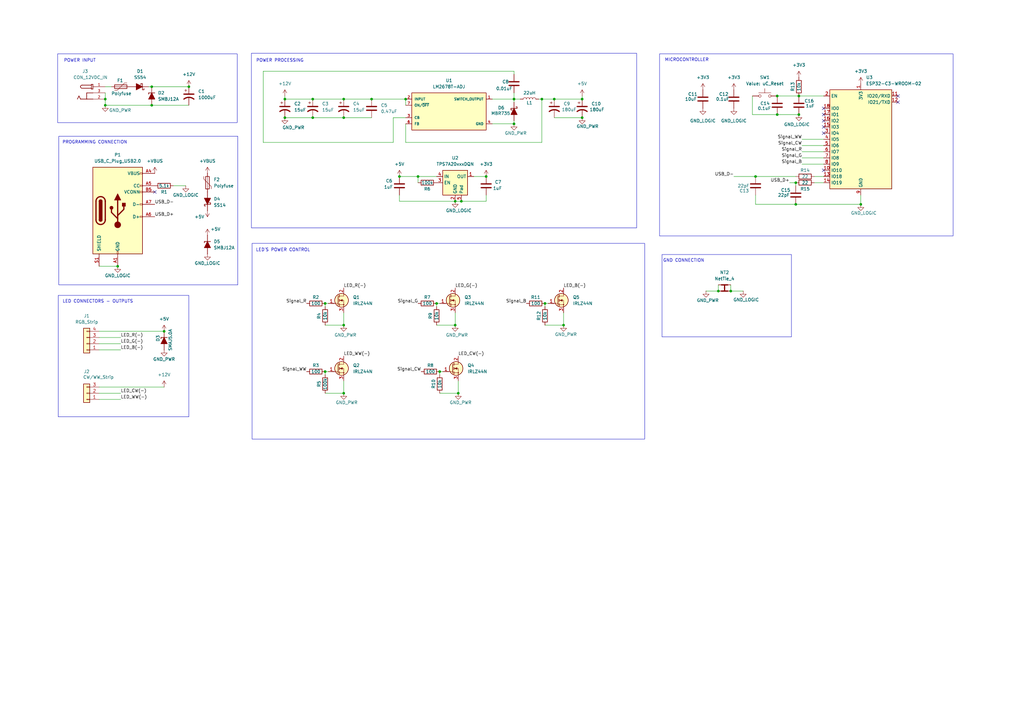
<source format=kicad_sch>
(kicad_sch (version 20250114) (generator "eeschema") (generator_version "9.0")
  (paper "A3")
  (title_block (title "High-Density RGB+CCT LED Strip Controller") (rev "Fredys Matos") (company "InGnia Tech"))
  (lib_symbols
    (symbol "Connector:USB_C_Plug_USB2.0" (pin_names (offset 1.016))
      (property "Reference" "P" (at -10.16 19.05 0))
      (property "Value" "USB_C_Plug_USB2.0" (at 12.7 19.05 0))
      (symbol "USB_C_Plug_USB2.0_1_1"
        (pin passive line (at -7.62 -22.86 90) (length 5.08) (name "SHIELD") (number "S1"))
        (pin passive line (at 0 -22.86 90) (length 5.08) (name "GND") (number "A1"))
        (pin passive line (at 0 -22.86 90) (length 5.08) (hide yes) (name "GND") (number "A12"))
        (pin passive line (at 0 -22.86 90) (length 5.08) (hide yes) (name "GND") (number "B1"))
        (pin passive line (at 0 -22.86 90) (length 5.08) (hide yes) (name "GND") (number "B12"))
        (pin passive line (at 15.24 15.24 180) (length 5.08) (name "VBUS") (number "A4"))
        (pin passive line (at 15.24 15.24 180) (length 5.08) (hide yes) (name "VBUS") (number "A9"))
        (pin passive line (at 15.24 15.24 180) (length 5.08) (hide yes) (name "VBUS") (number "B4"))
        (pin passive line (at 15.24 15.24 180) (length 5.08) (hide yes) (name "VBUS") (number "B9"))
        (pin bidirectional line (at 15.24 10.16 180) (length 5.08) (name "CC") (number "A5"))
        (pin bidirectional line (at 15.24 7.62 180) (length 5.08) (name "VCONN") (number "B5"))
        (pin bidirectional line (at 15.24 2.54 180) (length 5.08) (name "D-") (number "A7"))
        (pin bidirectional line (at 15.24 -2.54 180) (length 5.08) (name "D+") (number "A6"))
      )
    )
    (symbol "Connector_Generic:Conn_01x03" (pin_names (offset 1.016) (hide yes))
      (property "Reference" "J" (at 0 5.08 0))
      (property "Value" "Conn_01x03" (at 0 -5.08 0))
      (symbol "Conn_01x03_1_1"
        (pin passive line (at -5.08 2.54 0) (length 3.81) (name "Pin_1") (number "1"))
        (pin passive line (at -5.08 0 0) (length 3.81) (name "Pin_2") (number "2"))
        (pin passive line (at -5.08 -2.54 0) (length 3.81) (name "Pin_3") (number "3"))
      )
    )
    (symbol "Connector_Generic:Conn_01x04" (pin_names (offset 1.016) (hide yes))
      (property "Reference" "J" (at 0 5.08 0))
      (property "Value" "Conn_01x04" (at 0 -7.62 0))
      (symbol "Conn_01x04_1_1"
        (pin passive line (at -5.08 2.54 0) (length 3.81) (name "Pin_1") (number "1"))
        (pin passive line (at -5.08 0 0) (length 3.81) (name "Pin_2") (number "2"))
        (pin passive line (at -5.08 -2.54 0) (length 3.81) (name "Pin_3") (number "3"))
        (pin passive line (at -5.08 -5.08 0) (length 3.81) (name "Pin_4") (number "4"))
      )
    )
    (symbol "Device:C" (pin_numbers (hide yes)) (pin_names (offset 0.254))
      (property "Reference" "C" (at 0.635 2.54 0))
      (property "Value" "C" (at 0.635 -2.54 0))
      (symbol "C_1_1"
        (pin passive line (at 0 3.81 270) (length 2.794) (name "~") (number "1"))
        (pin passive line (at 0 -3.81 90) (length 2.794) (name "~") (number "2"))
      )
    )
    (symbol "Device:C_Polarized_US" (pin_numbers (hide yes)) (pin_names (offset 0.254) (hide yes))
      (property "Reference" "C" (at 0.635 2.54 0))
      (property "Value" "C_Polarized_US" (at 0.635 -2.54 0))
      (symbol "C_Polarized_US_1_1"
        (pin passive line (at 0 3.81 270) (length 2.794) (name "~") (number "1"))
        (pin passive line (at 0 -3.81 90) (length 3.302) (name "~") (number "2"))
      )
    )
    (symbol "Device:L" (pin_numbers (hide yes)) (pin_names (offset 1.016) (hide yes))
      (property "Reference" "L" (at -1.27 0 90))
      (property "Value" "L" (at 1.905 0 90))
      (symbol "L_1_1"
        (pin passive line (at 0 3.81 270) (length 1.27) (name "1") (number "1"))
        (pin passive line (at 0 -3.81 90) (length 1.27) (name "2") (number "2"))
      )
    )
    (symbol "Device:NetTie_4" (pin_numbers (hide yes)) (pin_names (offset 0) (hide yes)) (in_bom no)
      (property "Reference" "NT" (at 0 1.27 0))
      (property "Value" "NetTie_4" (at 0 -3.81 0))
      (symbol "NetTie_4_1_1"
        (pin passive line (at -2.54 0 0) (length 2.54) (name "1") (number "1"))
        (pin passive line (at -2.54 -2.54 0) (length 2.54) (name "3") (number "3"))
        (pin passive line (at 2.54 0 180) (length 2.54) (name "2") (number "2"))
        (pin passive line (at 2.54 -2.54 180) (length 2.54) (name "4") (number "4"))
      )
    )
    (symbol "Device:Polyfuse" (pin_numbers (hide yes)) (pin_names (offset 0))
      (property "Reference" "F" (at -2.54 0 90))
      (property "Value" "Polyfuse" (at 2.54 0 90))
      (symbol "Polyfuse_1_1"
        (pin passive line (at 0 3.81 270) (length 1.27) (name "~") (number "1"))
        (pin passive line (at 0 -3.81 90) (length 1.27) (name "~") (number "2"))
      )
    )
    (symbol "Device:R" (pin_numbers (hide yes)) (pin_names (offset 0))
      (property "Reference" "R" (at 2.032 0 90))
      (property "Value" "R" (at 0 0 90))
      (symbol "R_1_1"
        (pin passive line (at 0 3.81 270) (length 1.27) (name "~") (number "1"))
        (pin passive line (at 0 -3.81 90) (length 1.27) (name "~") (number "2"))
      )
    )
    (symbol "Librería_Global_OK:EJ503A" (pin_names (offset 1.016))
      (property "Reference" "J" (at -5.08 5.08 0))
      (property "Value" "EJ503A" (at -5.08 -7.62 0))
      (symbol "EJ503A_0_0"
        (pin passive line (at 5.08 2.54 180) (length 5.08) (name "~") (number "1"))
        (pin passive line (at 5.08 0 180) (length 5.08) (name "~") (number "3"))
        (pin passive line (at 5.08 -2.54 180) (length 5.08) (name "~") (number "2"))
      )
    )
    (symbol "Librería_Global_OK:LM2678T-ADJ" (pin_names (offset 1.016))
      (property "Reference" "U" (at -15.2724 7.6362 0))
      (property "Value" "LM2678T-ADJ" (at -15.2564 -10.1709 0))
      (symbol "LM2678T-ADJ_0_0"
        (pin input line (at -17.78 5.08 0) (length 2.54) (name "INPUT") (number "2"))
        (pin input line (at -17.78 2.54 0) (length 2.54) (name "ON/~{OFF}") (number "7"))
        (pin input line (at -17.78 -2.54 0) (length 2.54) (name "CB") (number "3"))
        (pin input line (at -17.78 -5.08 0) (length 2.54) (name "FB") (number "6"))
        (pin output line (at 17.78 5.08 180) (length 2.54) (name "SWITCH_OUTPUT") (number "1"))
        (pin power_in line (at 17.78 -5.08 180) (length 2.54) (name "GND") (number "4"))
      )
    )
    (symbol "PCM_Diode_Schottky_AKL:MBR735" (pin_numbers (hide yes)) (pin_names (offset 1.016) (hide yes))
      (property "Reference" "D" (at 0 5.08 0))
      (property "Value" "MBR735" (at 0 2.54 0))
      (symbol "MBR735_1_1"
        (pin passive line (at -3.81 0 0) (length 2.54) (name "A") (number "2"))
        (pin passive line (at 3.81 0 180) (length 2.54) (name "K") (number "1"))
      )
      (symbol "MBR735_1_2"
        (pin passive line (at -2.54 -2.54 0) (length 0) (name "A") (number "2"))
        (pin passive line (at 2.54 2.54 180) (length 0) (name "K") (number "1"))
      )
    )
    (symbol "PCM_Diode_Schottky_AKL:SS14" (pin_numbers (hide yes)) (pin_names (offset 1.016) (hide yes))
      (property "Reference" "D" (at 0 5.08 0))
      (property "Value" "SS14" (at 0 2.54 0))
      (symbol "SS14_1_1"
        (pin passive line (at -3.81 0 0) (length 2.54) (name "A") (number "2"))
        (pin passive line (at 3.81 0 180) (length 2.54) (name "K") (number "1"))
      )
      (symbol "SS14_1_2"
        (pin passive line (at -2.54 -2.54 0) (length 0) (name "A") (number "2"))
        (pin passive line (at 2.54 2.54 180) (length 0) (name "K") (number "1"))
      )
    )
    (symbol "PCM_Diode_Schottky_AKL:SS54" (pin_numbers (hide yes)) (pin_names (offset 1.016) (hide yes))
      (property "Reference" "D" (at 0 5.08 0))
      (property "Value" "SS54" (at 0 2.54 0))
      (symbol "SS54_1_1"
        (pin passive line (at -3.81 0 0) (length 2.54) (name "A") (number "2"))
        (pin passive line (at 3.81 0 180) (length 2.54) (name "K") (number "1"))
      )
      (symbol "SS54_1_2"
        (pin passive line (at -2.54 -2.54 0) (length 0) (name "A") (number "2"))
        (pin passive line (at 2.54 2.54 180) (length 0) (name "K") (number "1"))
      )
    )
    (symbol "PCM_Diode_TVS_AKL:SMAJ5.0A" (pin_numbers (hide yes)) (pin_names (offset 1.016) (hide yes))
      (property "Reference" "D" (at 0 5.08 0))
      (property "Value" "SMAJ5.0A" (at 0 2.54 0))
      (symbol "SMAJ5.0A_1_1"
        (pin passive line (at -3.81 0 0) (length 2.54) (name "A") (number "2"))
        (pin passive line (at 3.81 0 180) (length 2.54) (name "K") (number "1"))
      )
      (symbol "SMAJ5.0A_1_2"
        (pin passive line (at -2.54 -2.54 0) (length 0) (name "A") (number "2"))
        (pin passive line (at 2.54 2.54 180) (length 0) (name "K") (number "1"))
      )
    )
    (symbol "PCM_Diode_TVS_AKL:SMBJ12A" (pin_numbers (hide yes)) (pin_names (offset 1.016) (hide yes))
      (property "Reference" "D" (at 0 5.08 0))
      (property "Value" "SMBJ12A" (at 0 2.54 0))
      (symbol "SMBJ12A_1_1"
        (pin passive line (at -3.81 0 0) (length 2.54) (name "A") (number "2"))
        (pin passive line (at 3.81 0 180) (length 2.54) (name "K") (number "1"))
      )
      (symbol "SMBJ12A_1_2"
        (pin passive line (at -2.54 -2.54 0) (length 0) (name "A") (number "2"))
        (pin passive line (at 2.54 2.54 180) (length 0) (name "K") (number "1"))
      )
    )
    (symbol "PCM_Transistor_MOSFET_AKL:IRLZ44N" (pin_names (hide yes))
      (property "Reference" "Q" (at 5.08 1.27 0))
      (property "Value" "IRLZ44N" (at 5.08 -1.27 0))
      (symbol "IRLZ44N_1_1"
        (pin input line (at -3.81 -1.27 0) (length 2.54) (name "G") (number "1"))
        (pin passive line (at 2.54 5.08 270) (length 2.54) (name "D") (number "2"))
        (pin passive line (at 2.54 -5.08 90) (length 2.54) (name "S") (number "3"))
      )
    )
    (symbol "RF_Module:ESP32-C3-WROOM-02"
      (property "Reference" "U" (at -12.192 21.336 0))
      (property "Value" "ESP32-C3-WROOM-02" (at 12.192 21.336 0))
      (symbol "ESP32-C3-WROOM-02_1_1"
        (pin input line (at -15.24 17.78 0) (length 2.54) (name "EN") (number "2"))
        (pin bidirectional line (at -15.24 12.7 0) (length 2.54) (name "IO0") (number "18"))
        (pin bidirectional line (at -15.24 10.16 0) (length 2.54) (name "IO1") (number "17"))
        (pin bidirectional line (at -15.24 7.62 0) (length 2.54) (name "IO2") (number "16"))
        (pin bidirectional line (at -15.24 5.08 0) (length 2.54) (name "IO3") (number "15"))
        (pin bidirectional line (at -15.24 2.54 0) (length 2.54) (name "IO4") (number "3"))
        (pin bidirectional line (at -15.24 0 0) (length 2.54) (name "IO5") (number "4"))
        (pin bidirectional line (at -15.24 -2.54 0) (length 2.54) (name "IO6") (number "5"))
        (pin bidirectional line (at -15.24 -5.08 0) (length 2.54) (name "IO7") (number "6"))
        (pin bidirectional line (at -15.24 -7.62 0) (length 2.54) (name "IO8") (number "7"))
        (pin bidirectional line (at -15.24 -10.16 0) (length 2.54) (name "IO9") (number "8"))
        (pin bidirectional line (at -15.24 -12.7 0) (length 2.54) (name "IO10") (number "10"))
        (pin bidirectional line (at -15.24 -15.24 0) (length 2.54) (name "IO18") (number "13"))
        (pin bidirectional line (at -15.24 -17.78 0) (length 2.54) (name "IO19") (number "14"))
        (pin power_in line (at 0 22.86 270) (length 2.54) (name "3V3") (number "1"))
        (pin passive line (at 0 -22.86 90) (length 2.54) (hide yes) (name "GND") (number "19"))
        (pin power_in line (at 0 -22.86 90) (length 2.54) (name "GND") (number "9"))
        (pin bidirectional line (at 15.24 17.78 180) (length 2.54) (name "IO20/RXD") (number "11"))
        (pin bidirectional line (at 15.24 15.24 180) (length 2.54) (name "IO21/TXD") (number "12"))
      )
    )
    (symbol "Regulator_Linear:TPS7A20xxxDQN"
      (property "Reference" "U" (at -3.81 6.35 0))
      (property "Value" "TPS7A20xxxDQN" (at 6.35 6.35 0))
      (symbol "TPS7A20xxxDQN_0_1"
        (pin power_in line (at -7.62 2.54 0) (length 2.54) (name "IN") (number "4"))
        (pin input line (at -7.62 0 0) (length 2.54) (name "EN") (number "3"))
        (pin power_in line (at 0 -7.62 90) (length 2.54) (name "GND") (number "2"))
        (pin power_out line (at 7.62 2.54 180) (length 2.54) (name "OUT") (number "1"))
      )
      (symbol "TPS7A20xxxDQN_1_1"
        (pin passive line (at 2.54 -7.62 90) (length 2.54) (name "Pad") (number "5"))
      )
    )
    (symbol "Switch:SW_Push" (pin_numbers (hide yes)) (pin_names (offset 1.016) (hide yes))
      (property "Reference" "SW" (at 1.27 2.54 0))
      (property "Value" "SW_Push" (at 0 -1.524 0))
      (symbol "SW_Push_0_1"
        (pin passive line (at -5.08 0 0) (length 2.54) (name "1") (number "1"))
        (pin passive line (at 5.08 0 180) (length 2.54) (name "2") (number "2"))
      )
    )
    (symbol "power:+12V" (power) (pin_numbers (hide yes)) (pin_names (offset 0) (hide yes))
      (property "Value" "+12V" (at 0 3.556 0))
      (symbol "+12V_1_1"
        (pin power_in line (at 0 0 90) (length 0) (name "~") (number "1"))
      )
    )
    (symbol "power:+3V3" (power) (pin_numbers (hide yes)) (pin_names (offset 0) (hide yes))
      (property "Value" "+3V3" (at 0 3.556 0))
      (symbol "+3V3_1_1"
        (pin power_in line (at 0 0 90) (length 0) (name "~") (number "1"))
      )
    )
    (symbol "power:+5V" (power) (pin_numbers (hide yes)) (pin_names (offset 0) (hide yes))
      (property "Value" "+5V" (at 0 3.556 0))
      (symbol "+5V_1_1"
        (pin power_in line (at 0 0 90) (length 0) (name "~") (number "1"))
      )
    )
    (symbol "power:GND" (power) (pin_numbers (hide yes)) (pin_names (offset 0) (hide yes))
      (property "Value" "GND" (at 0 -3.81 0))
      (symbol "GND_1_1"
        (pin power_in line (at 0 0 270) (length 0) (name "~") (number "1"))
      )
    )
  )
  (rectangle (start 270.51 22.098) (end 390.906 96.774))
  (rectangle (start 23.876 121.158) (end 77.47 170.942))
  (rectangle (start 23.622 22.098) (end 97.282 50.292))
  (rectangle (start 24.13 55.88) (end 97.536 116.84))
  (rectangle (start 271.526 104.394) (end 324.612 138.176))
  (rectangle (start 103.378 99.822) (end 264.414 180.086))
  (rectangle (start 103.124 21.844) (end 261.112 93.472))
  (text "POWER PROCESSING" (at 114.808 24.892 0) (effects (font (size 1.27 1.27))))
  (text "POWER INPUT" (at 32.766 24.892 0) (effects (font (size 1.27 1.27))))
  (text "GND CONNECTION" (at 280.416 106.934 0) (effects (font (size 1.27 1.27))))
  (text "LED CONNECTORS - OUTPUTS" (at 40.132 123.698 0) (effects (font (size 1.27 1.27))))
  (text "LED´S POWER CONTROL" (at 116.078 102.616 0) (effects (font (size 1.27 1.27))))
  (text "MICROCONTROLLER" (at 281.686 24.638 0) (effects (font (size 1.27 1.27))))
  (text "PROGRAMMING CONNECTION" (at 38.862 58.42 0) (effects (font (size 1.27 1.27))))
  (junction (at 43.18 40.64))
  (junction (at 43.18 43.18))
  (junction (at 48.26 109.22))
  (junction (at 299.72 119.38))
  (junction (at 210.82 50.8))
  (junction (at 179.07 124.46))
  (junction (at 133.35 152.4))
  (junction (at 210.82 40.64))
  (junction (at 128.27 48.26))
  (junction (at 189.23 82.55))
  (junction (at 140.97 161.29))
  (junction (at 186.69 133.35))
  (junction (at 116.84 48.26))
  (junction (at 223.52 124.46))
  (junction (at 309.88 72.39))
  (junction (at 180.34 152.4))
  (junction (at 77.47 35.56))
  (junction (at 294.64 119.38))
  (junction (at 67.31 135.89))
  (junction (at 187.96 161.29))
  (junction (at 327.66 39.37))
  (junction (at 238.76 40.64))
  (junction (at 222.25 40.64))
  (junction (at 166.37 40.64))
  (junction (at 140.97 48.26))
  (junction (at 140.97 133.35))
  (junction (at 318.77 39.37))
  (junction (at 140.97 40.64))
  (junction (at 163.83 72.39))
  (junction (at 326.39 83.82))
  (junction (at 133.35 124.46))
  (junction (at 326.39 74.93))
  (junction (at 186.69 82.55))
  (junction (at 327.66 46.99))
  (junction (at 128.27 40.64))
  (junction (at 353.06 83.82))
  (junction (at 171.45 72.39))
  (junction (at 318.77 46.99))
  (junction (at 62.23 43.18))
  (junction (at 62.23 35.56))
  (junction (at 199.39 72.39))
  (junction (at 231.14 133.35))
  (junction (at 152.4 40.64))
  (junction (at 238.76 48.26))
  (junction (at 116.84 40.64))
  (junction (at 227.33 40.64))
  (no_connect (at 337.82 46.99))
  (no_connect (at 337.82 54.61))
  (no_connect (at 63.5 78.74))
  (no_connect (at 368.3 41.91))
  (no_connect (at 337.82 49.53))
  (no_connect (at 368.3 39.37))
  (no_connect (at 337.82 44.45))
  (no_connect (at 337.82 69.85))
  (no_connect (at 337.82 52.07))
  (wire (pts (xy 231.14 133.35) (xy 231.14 128.27)))
  (wire (pts (xy 116.84 48.26) (xy 128.27 48.26)))
  (wire (pts (xy 62.23 43.18) (xy 77.47 43.18)))
  (wire (pts (xy 133.35 161.29) (xy 140.97 161.29)))
  (wire (pts (xy 210.82 29.21) (xy 107.95 29.21)))
  (wire (pts (xy 180.34 153.67) (xy 180.34 152.4)))
  (wire (pts (xy 163.83 82.55) (xy 186.69 82.55)))
  (wire (pts (xy 309.88 72.39) (xy 326.39 72.39)))
  (wire (pts (xy 308.61 39.37) (xy 308.61 46.99)))
  (wire (pts (xy 299.72 116.84) (xy 299.72 119.38)))
  (wire (pts (xy 40.64 135.89) (xy 67.31 135.89)))
  (wire (pts (xy 180.34 161.29) (xy 187.96 161.29)))
  (wire (pts (xy 318.77 46.99) (xy 327.66 46.99)))
  (wire (pts (xy 161.29 48.26) (xy 166.37 48.26)))
  (wire (pts (xy 186.69 133.35) (xy 186.69 128.27)))
  (wire (pts (xy 328.93 67.31) (xy 337.82 67.31)))
  (wire (pts (xy 49.53 143.51) (xy 40.64 143.51)))
  (wire (pts (xy 210.82 49.53) (xy 210.82 50.8)))
  (wire (pts (xy 199.39 72.39) (xy 194.31 72.39)))
  (wire (pts (xy 133.35 125.73) (xy 133.35 124.46)))
  (wire (pts (xy 107.95 58.42) (xy 161.29 58.42)))
  (wire (pts (xy 133.35 133.35) (xy 140.97 133.35)))
  (wire (pts (xy 76.2 76.2) (xy 71.12 76.2)))
  (wire (pts (xy 43.18 43.18) (xy 43.18 40.64)))
  (wire (pts (xy 289.56 119.38) (xy 294.64 119.38)))
  (wire (pts (xy 45.72 35.56) (xy 43.18 35.56)))
  (wire (pts (xy 210.82 40.64) (xy 210.82 41.91)))
  (wire (pts (xy 309.88 83.82) (xy 309.88 80.01)))
  (wire (pts (xy 222.25 40.64) (xy 227.33 40.64)))
  (wire (pts (xy 179.07 125.73) (xy 179.07 124.46)))
  (wire (pts (xy 223.52 125.73) (xy 223.52 124.46)))
  (wire (pts (xy 328.93 57.15) (xy 337.82 57.15)))
  (wire (pts (xy 189.23 82.55) (xy 199.39 82.55)))
  (wire (pts (xy 210.82 40.64) (xy 213.36 40.64)))
  (wire (pts (xy 49.53 161.29) (xy 40.64 161.29)))
  (wire (pts (xy 166.37 58.42) (xy 222.25 58.42)))
  (wire (pts (xy 40.64 109.22) (xy 48.26 109.22)))
  (wire (pts (xy 238.76 39.37) (xy 238.76 40.64)))
  (wire (pts (xy 328.93 64.77) (xy 337.82 64.77)))
  (wire (pts (xy 326.39 83.82) (xy 353.06 83.82)))
  (wire (pts (xy 294.64 116.84) (xy 294.64 119.38)))
  (wire (pts (xy 334.01 74.93) (xy 337.82 74.93)))
  (wire (pts (xy 128.27 40.64) (xy 140.97 40.64)))
  (wire (pts (xy 223.52 133.35) (xy 231.14 133.35)))
  (wire (pts (xy 334.01 72.39) (xy 337.82 72.39)))
  (wire (pts (xy 49.53 163.83) (xy 40.64 163.83)))
  (wire (pts (xy 163.83 72.39) (xy 171.45 72.39)))
  (wire (pts (xy 140.97 128.27) (xy 140.97 133.35)))
  (wire (pts (xy 210.82 38.1) (xy 210.82 40.64)))
  (wire (pts (xy 353.06 80.01) (xy 353.06 83.82)))
  (wire (pts (xy 67.31 158.75) (xy 40.64 158.75)))
  (wire (pts (xy 166.37 50.8) (xy 166.37 58.42)))
  (wire (pts (xy 140.97 161.29) (xy 140.97 156.21)))
  (wire (pts (xy 220.98 40.64) (xy 222.25 40.64)))
  (wire (pts (xy 161.29 58.42) (xy 161.29 48.26)))
  (wire (pts (xy 134.62 124.46) (xy 133.35 124.46)))
  (wire (pts (xy 308.61 46.99) (xy 318.77 46.99)))
  (wire (pts (xy 187.96 161.29) (xy 187.96 156.21)))
  (wire (pts (xy 318.77 39.37) (xy 327.66 39.37)))
  (wire (pts (xy 140.97 40.64) (xy 152.4 40.64)))
  (wire (pts (xy 328.93 62.23) (xy 337.82 62.23)))
  (wire (pts (xy 227.33 48.26) (xy 238.76 48.26)))
  (wire (pts (xy 133.35 152.4) (xy 134.62 152.4)))
  (wire (pts (xy 49.53 140.97) (xy 40.64 140.97)))
  (wire (pts (xy 304.8 119.38) (xy 299.72 119.38)))
  (wire (pts (xy 222.25 40.64) (xy 222.25 58.42)))
  (wire (pts (xy 171.45 72.39) (xy 171.45 74.93)))
  (wire (pts (xy 223.52 124.46) (xy 224.79 124.46)))
  (wire (pts (xy 171.45 72.39) (xy 179.07 72.39)))
  (wire (pts (xy 116.84 39.37) (xy 116.84 40.64)))
  (wire (pts (xy 166.37 40.64) (xy 166.37 43.18)))
  (wire (pts (xy 180.34 152.4) (xy 181.61 152.4)))
  (wire (pts (xy 128.27 48.26) (xy 140.97 48.26)))
  (wire (pts (xy 116.84 40.64) (xy 128.27 40.64)))
  (wire (pts (xy 210.82 30.48) (xy 210.82 29.21)))
  (wire (pts (xy 49.53 138.43) (xy 40.64 138.43)))
  (wire (pts (xy 133.35 153.67) (xy 133.35 152.4)))
  (wire (pts (xy 186.69 82.55) (xy 189.23 82.55)))
  (wire (pts (xy 227.33 40.64) (xy 238.76 40.64)))
  (wire (pts (xy 62.23 35.56) (xy 77.47 35.56)))
  (wire (pts (xy 326.39 83.82) (xy 309.88 83.82)))
  (wire (pts (xy 43.18 43.18) (xy 62.23 43.18)))
  (wire (pts (xy 327.66 39.37) (xy 337.82 39.37)))
  (wire (pts (xy 300.99 72.39) (xy 309.88 72.39)))
  (wire (pts (xy 163.83 80.01) (xy 163.83 82.55)))
  (wire (pts (xy 179.07 124.46) (xy 180.34 124.46)))
  (wire (pts (xy 43.18 38.1) (xy 43.18 40.64)))
  (wire (pts (xy 152.4 40.64) (xy 166.37 40.64)))
  (wire (pts (xy 179.07 133.35) (xy 186.69 133.35)))
  (wire (pts (xy 210.82 50.8) (xy 201.93 50.8)))
  (wire (pts (xy 60.96 35.56) (xy 62.23 35.56)))
  (wire (pts (xy 328.93 59.69) (xy 337.82 59.69)))
  (wire (pts (xy 201.93 40.64) (xy 210.82 40.64)))
  (wire (pts (xy 199.39 82.55) (xy 199.39 80.01)))
  (wire (pts (xy 326.39 76.2) (xy 326.39 74.93)))
  (wire (pts (xy 107.95 29.21) (xy 107.95 58.42)))
  (wire (pts (xy 140.97 48.26) (xy 152.4 48.26)))
  (wire (pts (xy 323.85 74.93) (xy 326.39 74.93)))
  (label "USB_D+" (at 323.85 74.93 180))
  (label "USB_D-" (at 300.99 72.39 180))
  (label "LED_CW(-)" (at 187.96 146.05 0))
  (label "Signal_R" (at 328.93 62.23 180))
  (label "LED_WW(-)" (at 140.97 146.05 0))
  (label "Signal_CW" (at 328.93 59.69 180))
  (label "LED_G(-)" (at 186.69 118.11 0))
  (label "LED_R(-)" (at 140.97 118.11 0))
  (label "LED_B(-)" (at 49.53 143.51 0))
  (label "Signal_WW" (at 125.73 152.4 180))
  (label "LED_B(-)" (at 231.14 118.11 0))
  (label "Signal_WW" (at 328.93 57.15 180))
  (label "Signal_B" (at 215.9 124.46 180))
  (label "LED_WW(-)" (at 49.53 163.83 0))
  (label "USB_D+" (at 63.5 88.9 0))
  (label "LED_R(-)" (at 49.53 138.43 0))
  (label "Signal_R" (at 125.73 124.46 180))
  (label "LED_G(-)" (at 49.53 140.97 0))
  (label "Signal_CW" (at 172.72 152.4 180))
  (label "LED_CW(-)" (at 49.53 161.29 0))
  (label "Signal_G" (at 171.45 124.46 180))
  (label "USB_D-" (at 63.5 83.82 0))
  (label "Signal_B" (at 328.93 67.31 180))
  (label "Signal_G" (at 328.93 64.77 180))
  (symbol (lib_id "power:GND") (at 85.09 104.14 0) (unit 1)
    (property "Reference" "#PWR012" (effects (hide yes)))
    (property "Value" "GND_LOGIC" (at 85.09 107.95 0))
    (property "Description" "Power symbol creates a global label with name \"GND\" , ground" (effects (hide yes)))
  )
  (symbol (lib_id "Regulator_Linear:TPS7A20xxxDQN") (at 186.69 74.93 0) (unit 1)
    (property "Reference" "U2" (at 186.69 64.77 0))
    (property "Value" "TPS7A20xxxDQN" (at 186.69 67.31 0))
    (property "Footprint" "Package_SON:Texas_X2SON-4_1x1mm_P0.65mm" (effects (hide yes)))
    (property "Datasheet" "https://www.ti.com/lit/ds/symlink/tps7a20.pdf" (effects (hide yes)))
    (property "Description" "300 mA Low Dropout Voltage Regulator, Fixed Output, 1.6..6.0Vin, Low-Noise (7μV RMS), 6.5μA IQ LDO, X2SON-5" (effects (hide yes)))
  )
  (symbol (lib_id "PCM_Transistor_MOSFET_AKL:IRLZ44N") (at 138.43 123.19 0) (unit 1)
    (property "Reference" "Q1" (at 144.78 121.9199 0) (effects (justify left)))
    (property "Value" "IRLZ44N" (at 144.78 124.4599 0) (effects (justify left)))
    (property "Footprint" "Global_Footprint:TO254P1524X483-4N" (effects (hide yes)))
    (property "Datasheet" "https://www.tme.eu/Document/71cf1899624764088671ce6de5d15eb4/irlz44n.pdf" (effects (hide yes)))
    (property "Description" "TO-220 N-MOSFET enchancement mode transistor, 55V, 47A, 110W, Alternate KiCAD Library" (effects (hide yes)))
  )
  (symbol (lib_id "power:+3V3") (at 199.39 72.39 0) (unit 1)
    (property "Reference" "#PWR021" (effects (hide yes)))
    (property "Value" "+3V3" (at 199.39 67.31 0))
    (property "Description" "Power symbol creates a global label with name \"+3V3\"" (effects (hide yes)))
  )
  (symbol (lib_id "Connector_Generic:Conn_01x03") (at 35.56 161.29 180) (unit 1)
    (property "Reference" "J2" (at 35.56 152.4 0))
    (property "Value" "CW/WW_Strip" (at 40.386 154.686 0))
    (property "Footprint" "Connector_Phoenix_MC_HighVoltage:PhoenixContact_MCV_1,5_3-G-5.08_1x03_P5.08mm_Vertical" (effects (hide yes)))
    (property "Description" "Generic connector, single row, 01x03, script generated (kicad-library-utils/schlib/autogen/connector/)" (effects (hide yes)))
  )
  (symbol (lib_id "Device:R") (at 133.35 129.54 0) (unit 1)
    (property "Reference" "R4" (at 130.81 129.54 90))
    (property "Value" "10k" (at 133.35 129.54 90))
    (property "Footprint" "Resistor_SMD:R_0603_1608Metric" (effects (hide yes)))
    (property "Description" "Resistor" (effects (hide yes)))
  )
  (symbol (lib_id "power:+5V") (at 85.09 96.52 0) (unit 1)
    (property "Reference" "#PWR011" (effects (hide yes)))
    (property "Value" "+5V" (at 88.392 93.98 0))
    (property "Description" "Power symbol creates a global label with name \"+5V\"" (effects (hide yes)))
  )
  (symbol (lib_id "power:+5V") (at 85.09 86.36 180) (unit 1)
    (property "Reference" "#PWR010" (effects (hide yes)))
    (property "Value" "+5V" (at 81.788 88.9 0))
    (property "Description" "Power symbol creates a global label with name \"+5V\"" (effects (hide yes)))
  )
  (symbol (lib_id "Device:C") (at 309.88 76.2 0) (unit 1)
    (property "Reference" "C13" (at 303.276 78.232 0) (effects (justify left)))
    (property "Value" "22pF" (at 302.514 76.2 0) (effects (justify left)))
    (property "Footprint" "Capacitor_SMD:C_0603_1608Metric" (effects (hide yes)))
    (property "Description" "Unpolarized capacitor" (effects (hide yes)))
    (property "MPN" "GRM155R71C474KE01D" (effects (hide yes)))
    (property "Package" "C471404" (effects (hide yes)))
    (property "LCSC PN" "0402" (effects (hide yes)))
  )
  (symbol (lib_id "Librería_Global_OK:LM2678T-ADJ") (at 184.15 45.72 0) (unit 1)
    (property "Reference" "U1" (at 184.15 33.02 0))
    (property "Value" "LM2678T-ADJ" (at 184.15 35.56 0))
    (property "Footprint" "Global_Footprint:TO127P1041X469X2199-7N" (effects (hide yes)))
    (property "MF" "Texas Instruments" (effects (hide yes)))
    (property "Description_1" "8V to 40V, 5A SIMPLE SWITCHER buck converter with high efficiency 7-TO-220 -40 to 125" (effects (hide yes)))
    (property "Package" "TO-220-7 Texas Instruments" (effects (hide yes)))
    (property "Price" "None" (effects (hide yes)))
    (property "Check_prices" "https://www.snapeda.com/parts/LM2678T-ADJ/Texas+Instruments/view-part/?ref=eda" (effects (hide yes)))
    (property "SnapEDA_Link" "https://www.snapeda.com/parts/LM2678T-ADJ/Texas+Instruments/view-part/?ref=snap" (effects (hide yes)))
    (property "MP" "LM2678T-ADJ" (effects (hide yes)))
    (property "Availability" "In Stock" (effects (hide yes)))
    (property "MANUFACTURER" "TEXAS INSTRUMENTS" (effects (hide yes)))
  )
  (symbol (lib_id "power:GND") (at 353.06 83.82 0) (unit 1)
    (property "Reference" "#PWR035" (effects (hide yes)))
    (property "Value" "GND_LOGIC" (at 348.996 87.376 0) (effects (justify left)))
    (property "Description" "Power symbol creates a global label with name \"GND\" , ground" (effects (hide yes)))
  )
  (symbol (lib_id "Device:R") (at 176.53 152.4 270) (unit 1)
    (property "Reference" "R8" (at 176.53 149.86 90))
    (property "Value" "100" (at 176.53 152.4 90))
    (property "Footprint" "Resistor_SMD:R_0402_1005Metric" (effects (hide yes)))
    (property "Description" "Resistor" (effects (hide yes)))
  )
  (symbol (lib_id "power:GND") (at 186.69 82.55 0) (unit 1)
    (property "Reference" "#PWR018" (effects (hide yes)))
    (property "Value" "GND_LOGIC" (at 182.88 86.36 0) (effects (justify left)))
    (property "Description" "Power symbol creates a global label with name \"GND\" , ground" (effects (hide yes)))
  )
  (symbol (lib_id "Device:C_Polarized_US") (at 238.76 44.45 0) (unit 1)
    (property "Reference" "C10" (at 242.57 42.5449 0) (effects (justify left)))
    (property "Value" "180uF" (at 241.808 44.958 0) (effects (justify left)))
    (property "Footprint" "Global_Footprint:CAP_EEEFNE181XUV" (effects (hide yes)))
    (property "Description" "Polarized capacitor, US symbol" (effects (hide yes)))
    (property "MPN" "EEEFNE181XUV" (effects (hide yes)))
    (property "Package" "SMD" (effects (hide yes)))
    (property "LCSC PN" "C540948" (effects (hide yes)))
  )
  (symbol (lib_id "Device:C_Polarized_US") (at 77.47 39.37 0) (unit 1)
    (property "Reference" "C1" (at 81.28 37.4649 0) (effects (justify left)))
    (property "Value" "1000uF" (at 81.28 40.0049 0) (effects (justify left)))
    (property "Footprint" "Global_Footprint:CAPPRD500W60D1000H1300" (effects (hide yes)))
    (property "Description" "Polarized capacitor, US symbol" (effects (hide yes)))
    (property "MPN" "16SEPF1000M" (effects (hide yes)))
    (property "Package" "Through Hole,D10xL13mm" (effects (hide yes)))
    (property "LCSC PN" "C128486" (effects (hide yes)))
  )
  (symbol (lib_id "Device:R") (at 219.71 124.46 270) (unit 1)
    (property "Reference" "R11" (at 219.71 121.92 90))
    (property "Value" "100" (at 219.71 124.46 90))
    (property "Footprint" "Resistor_SMD:R_0402_1005Metric" (effects (hide yes)))
    (property "Description" "Resistor" (effects (hide yes)))
  )
  (symbol (lib_id "Device:R") (at 129.54 124.46 270) (unit 1)
    (property "Reference" "R2" (at 129.54 121.92 90))
    (property "Value" "100" (at 129.54 124.46 90))
    (property "Footprint" "Resistor_SMD:R_0402_1005Metric" (effects (hide yes)))
    (property "Description" "Resistor" (effects (hide yes)))
  )
  (symbol (lib_id "Device:R") (at 129.54 152.4 270) (unit 1)
    (property "Reference" "R3" (at 129.54 149.86 90))
    (property "Value" "100" (at 129.54 152.4 90))
    (property "Footprint" "Resistor_SMD:R_0402_1005Metric" (effects (hide yes)))
    (property "Description" "Resistor" (effects (hide yes)))
  )
  (symbol (lib_id "power:GND") (at 116.84 48.26 0) (unit 1)
    (property "Reference" "#PWR014" (effects (hide yes)))
    (property "Value" "GND_PWR" (at 115.824 52.324 0) (effects (justify left)))
    (property "Description" "Power symbol creates a global label with name \"GND\" , ground" (effects (hide yes)))
  )
  (symbol (lib_id "RF_Module:ESP32-C3-WROOM-02") (at 353.06 57.15 0) (unit 1)
    (property "Reference" "U3" (at 355.2033 31.75 0) (effects (justify left)))
    (property "Value" "ESP32-C3-WROOM-02" (at 355.2033 34.29 0) (effects (justify left)))
    (property "Footprint" "RF_Module:ESP32-C3-WROOM-02" (effects (hide yes)))
    (property "Datasheet" "https://www.espressif.com/sites/default/files/documentation/esp32-c3-wroom-02_datasheet_en.pdf" (effects (hide yes)))
    (property "Description" "802.11 b/g/n Wi­Fi and Bluetooth 5 module, ESP32­C3 SoC, RISC­V microprocessor, On-board antenna" (effects (hide yes)))
  )
  (symbol (lib_id "PCM_Transistor_MOSFET_AKL:IRLZ44N") (at 185.42 151.13 0) (unit 1)
    (property "Reference" "Q4" (at 191.77 149.8599 0) (effects (justify left)))
    (property "Value" "IRLZ44N" (at 191.77 152.3999 0) (effects (justify left)))
    (property "Footprint" "Global_Footprint:TO254P1524X483-4N" (effects (hide yes)))
    (property "Datasheet" "https://www.tme.eu/Document/71cf1899624764088671ce6de5d15eb4/irlz44n.pdf" (effects (hide yes)))
    (property "Description" "TO-220 N-MOSFET enchancement mode transistor, 55V, 47A, 110W, Alternate KiCAD Library" (effects (hide yes)))
  )
  (symbol (lib_id "PCM_Diode_TVS_AKL:SMBJ12A") (at 85.09 100.33 90) (unit 1)
    (property "Reference" "D5" (at 87.63 99.0599 90) (effects (justify right)))
    (property "Value" "SMBJ12A" (at 87.63 101.5999 90) (effects (justify right)))
    (property "Footprint" "PCM_Diode_SMD_AKL:D_SMB" (effects (hide yes)))
    (property "Datasheet" "https://www.tme.eu/Document/0b6222bec7e12d83185b51d73cb6a54d/SMBJ_ser.pdf" (effects (hide yes)))
    (property "Description" "SMB Unidirectional TVS diode, 12V, 600W, Alternate KiCAD Library" (effects (hide yes)))
  )
  (symbol (lib_id "power:GND") (at 186.69 133.35 0) (unit 1)
    (property "Reference" "#PWR019" (effects (hide yes)))
    (property "Value" "GND_PWR" (at 182.88 137.414 0) (effects (justify left)))
    (property "Description" "Power symbol creates a global label with name \"GND\" , ground" (effects (hide yes)))
  )
  (symbol (lib_id "power:+12V") (at 67.31 158.75 0) (unit 1)
    (property "Reference" "#PWR06" (effects (hide yes)))
    (property "Value" "+12V" (at 67.31 153.67 0))
    (property "Description" "Power symbol creates a global label with name \"+12V\"" (effects (hide yes)))
  )
  (symbol (lib_id "power:+12V") (at 85.09 71.12 0) (unit 1)
    (property "Reference" "#PWR09" (effects (hide yes)))
    (property "Value" "+VBUS" (at 85.09 66.04 0))
    (property "Description" "Power symbol creates a global label with name \"+12V\"" (effects (hide yes)))
  )
  (symbol (lib_id "power:+5V") (at 163.83 72.39 0) (unit 1)
    (property "Reference" "#PWR017" (effects (hide yes)))
    (property "Value" "+5V" (at 163.83 67.31 0))
    (property "Description" "Power symbol creates a global label with name \"+5V\"" (effects (hide yes)))
  )
  (symbol (lib_id "Device:C") (at 199.39 76.2 0) (unit 1)
    (property "Reference" "C7" (at 202.946 74.676 0) (effects (justify left)))
    (property "Value" "1uF" (at 202.184 77.216 0) (effects (justify left)))
    (property "Footprint" "Capacitor_SMD:C_0603_1608Metric" (effects (hide yes)))
    (property "Description" "Unpolarized capacitor" (effects (hide yes)))
    (property "MPN" "CL10A105KB8NNNC" (effects (hide yes)))
    (property "Package" "0603" (effects (hide yes)))
    (property "LCSC PN" "C15849" (effects (hide yes)))
  )
  (symbol (lib_id "Librería_Global_OK:EJ503A") (at 38.1 38.1 0) (unit 1)
    (property "Reference" "J3" (at 34.925 29.21 0))
    (property "Value" "CON_12VDC_IN" (at 37.084 31.75 0))
    (property "Footprint" "Global_Footprint:MPD_EJ503A" (effects (hide yes)))
    (property "Package" "Through Hole" (effects (hide yes)))
    (property "MPN" "EJ503A" (effects (hide yes)))
    (property "LCSC PN" "C3095117" (effects (hide yes)))
  )
  (symbol (lib_id "power:GND") (at 43.18 43.18 0) (unit 1)
    (property "Reference" "#PWR01" (effects (hide yes)))
    (property "Value" "GND_PWR" (at 49.276 45.212 0))
    (property "Description" "Power symbol creates a global label with name \"GND\" , ground" (effects (hide yes)))
  )
  (symbol (lib_id "PCM_Diode_Schottky_AKL:SS14") (at 85.09 82.55 270) (unit 1)
    (property "Reference" "D4" (at 87.63 81.5974 90) (effects (justify left)))
    (property "Value" "SS14" (at 87.63 84.1374 90) (effects (justify left)))
    (property "Footprint" "PCM_Diode_SMD_AKL:D_SMA" (effects (hide yes)))
    (property "Datasheet" "https://www.tme.eu/Document/39e1c2d2c354f63d74e9a2edb2156b4b/SS14-E3_61T.pdf" (effects (hide yes)))
    (property "Description" "SMA Schottky diode, 40V, 1A, Alternate KiCAD Library" (effects (hide yes)))
  )
  (symbol (lib_id "Device:C") (at 152.4 44.45 0) (unit 1)
    (property "Reference" "C5" (at 156.21 43.1799 0) (effects (justify left)))
    (property "Value" "0.47uF" (at 156.21 45.7199 0) (effects (justify left)))
    (property "Footprint" "Capacitor_SMD:C_0805_2012Metric" (effects (hide yes)))
    (property "Description" "Unpolarized capacitor" (effects (hide yes)))
    (property "MPN" "GRM155R71C474KE01D" (effects (hide yes)))
    (property "Package" "0402" (effects (hide yes)))
    (property "LCSC PN" "C471404" (effects (hide yes)))
  )
  (symbol (lib_id "PCM_Diode_Schottky_AKL:SS54") (at 57.15 35.56 0) (unit 1)
    (property "Reference" "D1" (at 57.4675 29.21 0))
    (property "Value" "SS54" (at 57.4675 31.75 0))
    (property "Footprint" "PCM_Diode_SMD_AKL:D_SMC" (effects (hide yes)))
    (property "Datasheet" "https://www.laro.com.pl/pdf/ss56.pdf" (effects (hide yes)))
    (property "Description" "SMC Schottky diode, 40V, 5A, Alternate KiCAD Library" (effects (hide yes)))
    (property "MPN" "SS54" (effects (hide yes)))
    (property "Package" "SMA(DO-214AC)" (effects (hide yes)))
    (property "LCSC PN" "C22452" (effects (hide yes)))
  )
  (symbol (lib_id "power:GND") (at 48.26 109.22 0) (unit 1)
    (property "Reference" "#PWR02" (effects (hide yes)))
    (property "Value" "GND_LOGIC" (at 48.26 113.03 0))
    (property "Description" "Power symbol creates a global label with name \"GND\" , ground" (effects (hide yes)))
  )
  (symbol (lib_id "Device:R") (at 223.52 129.54 0) (unit 1)
    (property "Reference" "R12" (at 220.98 129.54 90))
    (property "Value" "10k" (at 223.52 129.54 90))
    (property "Footprint" "Resistor_SMD:R_0603_1608Metric" (effects (hide yes)))
    (property "Description" "Resistor" (effects (hide yes)))
  )
  (symbol (lib_id "Device:NetTie_4") (at 297.18 116.84 0) (unit 1) (in_bom no)
    (property "Reference" "NT2" (at 297.18 111.76 0))
    (property "Value" "NetTie_4" (at 297.18 114.3 0))
    (property "Footprint" "NetTie:NetTie-4_THT_Pad1.0mm" (effects (hide yes)))
    (property "Description" "Net tie, 4 pins" (effects (hide yes)))
  )
  (symbol (lib_id "Device:C") (at 327.66 43.18 0) (unit 1)
    (property "Reference" "C16" (at 329.946 41.402 0) (effects (justify left)))
    (property "Value" "1uF" (at 330.454 43.434 0) (effects (justify left)))
    (property "Footprint" "Capacitor_SMD:C_0603_1608Metric" (effects (hide yes)))
    (property "Description" "Unpolarized capacitor" (effects (hide yes)))
    (property "MPN" "GRM155R71C474KE01D" (effects (hide yes)))
    (property "Package" "C471404" (effects (hide yes)))
    (property "LCSC PN" "0402" (effects (hide yes)))
  )
  (symbol (lib_id "Device:C_Polarized_US") (at 140.97 44.45 0) (unit 1)
    (property "Reference" "C4" (at 144.78 42.5449 0) (effects (justify left)))
    (property "Value" "15uF" (at 144.78 45.0849 0) (effects (justify left)))
    (property "Footprint" "Global_Footprint:CAPPRD200W45D500H700" (effects (hide yes)))
    (property "Description" "Polarized capacitor, US symbol" (effects (hide yes)))
    (property "MPN" "EEA-GA1E150" (effects (hide yes)))
    (property "Package" "Through Hole,D5xL7mm" (effects (hide yes)))
    (property "LCSC PN" "C1580740" (effects (hide yes)))
  )
  (symbol (lib_id "power:+3V3") (at 300.99 36.83 0) (unit 1)
    (property "Reference" "#PWR029" (effects (hide yes)))
    (property "Value" "+3V3" (at 300.99 31.75 0))
    (property "Description" "Power symbol creates a global label with name \"+3V3\"" (effects (hide yes)))
  )
  (symbol (lib_id "Device:R") (at 175.26 124.46 270) (unit 1)
    (property "Reference" "R7" (at 175.26 121.92 90))
    (property "Value" "100" (at 175.26 124.46 90))
    (property "Footprint" "Resistor_SMD:R_0402_1005Metric" (effects (hide yes)))
    (property "Description" "Resistor" (effects (hide yes)))
  )
  (symbol (lib_id "Device:C") (at 163.83 76.2 0) (unit 1)
    (property "Reference" "C6" (at 158.242 74.168 0) (effects (justify left)))
    (property "Value" "1uF" (at 157.48 76.708 0) (effects (justify left)))
    (property "Footprint" "Capacitor_SMD:C_0603_1608Metric" (effects (hide yes)))
    (property "Description" "Unpolarized capacitor" (effects (hide yes)))
    (property "MPN" "CL10A105KB8NNNC" (effects (hide yes)))
    (property "Package" "0603" (effects (hide yes)))
    (property "LCSC PN" "C15849" (effects (hide yes)))
  )
  (symbol (lib_id "Device:R") (at 330.2 74.93 90) (unit 1)
    (property "Reference" "R15" (at 330.2 77.47 90))
    (property "Value" "22" (at 330.2 74.93 90))
    (property "Footprint" "Resistor_SMD:R_0402_1005Metric" (effects (hide yes)))
    (property "Description" "Resistor" (effects (hide yes)))
  )
  (symbol (lib_id "PCM_Transistor_MOSFET_AKL:IRLZ44N") (at 184.15 123.19 0) (unit 1)
    (property "Reference" "Q3" (at 190.5 121.9199 0) (effects (justify left)))
    (property "Value" "IRLZ44N" (at 190.5 124.4599 0) (effects (justify left)))
    (property "Footprint" "Global_Footprint:TO254P1524X483-4N" (effects (hide yes)))
    (property "Datasheet" "https://www.tme.eu/Document/71cf1899624764088671ce6de5d15eb4/irlz44n.pdf" (effects (hide yes)))
    (property "Description" "TO-220 N-MOSFET enchancement mode transistor, 55V, 47A, 110W, Alternate KiCAD Library" (effects (hide yes)))
  )
  (symbol (lib_id "Device:C_Polarized_US") (at 128.27 44.45 0) (unit 1)
    (property "Reference" "C3" (at 132.08 42.5449 0) (effects (justify left)))
    (property "Value" "15uF" (at 132.08 45.0849 0) (effects (justify left)))
    (property "Footprint" "Global_Footprint:CAPPRD200W45D500H700" (effects (hide yes)))
    (property "Description" "Polarized capacitor, US symbol" (effects (hide yes)))
    (property "MPN" "EEA-GA1E150" (effects (hide yes)))
    (property "Package" "Through Hole,D5xL7mm" (effects (hide yes)))
    (property "LCSC PN" "C1580740" (effects (hide yes)))
  )
  (symbol (lib_id "PCM_Diode_Schottky_AKL:MBR735") (at 210.82 45.72 90) (unit 1)
    (property "Reference" "D6" (at 204.216 44.196 90) (effects (justify right)))
    (property "Value" "MBR735" (at 201.422 46.482 90) (effects (justify right)))
    (property "Footprint" "PCM_Package_TO_SOT_THT_AKL:TO-220-2_Vertical_KA" (effects (hide yes)))
    (property "Datasheet" "https://www.tme.eu/Document/1359ef3b13b932c72bd91d7bf2693551/MBR745-E3-45.pdf" (effects (hide yes)))
    (property "Description" "TO-220 Schottky diode, 35V, 7.5A, Alternate KiCAD Library" (effects (hide yes)))
    (property "MPN" "MBR735" (effects (hide yes)))
    (property "Package" "TO-220-2" (effects (hide yes)))
    (property "LCSC PN" "C3759044" (effects (hide yes)))
  )
  (symbol (lib_id "Device:C") (at 210.82 34.29 0) (unit 1)
    (property "Reference" "C8" (at 205.994 33.528 0) (effects (justify left)))
    (property "Value" "0.01uF" (at 203.454 36.322 0) (effects (justify left)))
    (property "Footprint" "Global_Footprint:CAPRR750W60L1030T440H750" (effects (hide yes)))
    (property "Description" "Unpolarized capacitor" (effects (hide yes)))
    (property "MPN" "ECQE4123JF" (effects (hide yes)))
    (property "Package" "0603" (effects (hide yes)))
    (property "LCSC PN" "C48579278" (effects (hide yes)))
  )
  (symbol (lib_id "Device:R") (at 327.66 35.56 0) (unit 1)
    (property "Reference" "R13" (at 325.12 35.56 90))
    (property "Value" "10k" (at 327.66 35.56 90))
    (property "Footprint" "Resistor_SMD:R_0603_1608Metric" (effects (hide yes)))
    (property "Description" "Resistor" (effects (hide yes)))
  )
  (symbol (lib_id "Device:R") (at 175.26 74.93 90) (unit 1)
    (property "Reference" "R6" (at 175.26 77.47 90))
    (property "Value" "100k" (at 175.26 74.93 90))
    (property "Footprint" "Resistor_SMD:R_0805_2012Metric" (effects (hide yes)))
    (property "Description" "Resistor" (effects (hide yes)))
    (property "MPN" "RC0805FR-07100KL" (effects (hide yes)))
    (property "Package" "0805" (effects (hide yes)))
    (property "LCSC PN" "C96346" (effects (hide yes)))
  )
  (symbol (lib_id "Connector_Generic:Conn_01x04") (at 35.56 140.97 180) (unit 1)
    (property "Reference" "J1" (at 35.56 129.54 0))
    (property "Value" "RGB_Strip" (at 35.56 132.08 0))
    (property "Footprint" "Connector_Phoenix_MC_HighVoltage:PhoenixContact_MCV_1,5_4-G-5.08_1x04_P5.08mm_Vertical" (effects (hide yes)))
    (property "Description" "Generic connector, single row, 01x04, script generated (kicad-library-utils/schlib/autogen/connector/)" (effects (hide yes)))
  )
  (symbol (lib_id "Switch:SW_Push") (at 313.69 39.37 0) (unit 1)
    (property "Reference" "SW1" (at 313.69 31.75 0))
    (property "Value" "uC_Reset" (at 313.69 34.29 0) (show_name yes))
    (property "Footprint" "Button_Switch_SMD:SW_Push_SPST_NO_Alps_SKRK" (effects (hide yes)))
    (property "Description" "Push button switch, generic, two pins" (effects (hide yes)))
  )
  (symbol (lib_id "power:+3V3") (at 353.06 34.29 0) (unit 1)
    (property "Reference" "#PWR034" (effects (hide yes)))
    (property "Value" "+3V3" (at 353.06 29.21 0))
    (property "Description" "Power symbol creates a global label with name \"+3V3\"" (effects (hide yes)))
  )
  (symbol (lib_id "power:GND") (at 140.97 161.29 0) (unit 1)
    (property "Reference" "#PWR016" (effects (hide yes)))
    (property "Value" "GND_PWR" (at 137.668 165.1 0) (effects (justify left)))
    (property "Description" "Power symbol creates a global label with name \"GND\" , ground" (effects (hide yes)))
  )
  (symbol (lib_id "Device:Polyfuse") (at 85.09 74.93 0) (unit 1)
    (property "Reference" "F2" (at 87.63 73.6599 0) (effects (justify left)))
    (property "Value" "Polyfuse" (at 87.63 76.1999 0) (effects (justify left)))
    (property "Footprint" "Global_Footprint:FUSC1608X100N" (effects (hide yes)))
    (property "Description" "Resettable fuse, polymeric positive temperature coefficient" (effects (hide yes)))
  )
  (symbol (lib_id "Device:Polyfuse") (at 49.53 35.56 90) (unit 1)
    (property "Reference" "F1" (at 49.276 33.02 90))
    (property "Value" "Polyfuse" (at 49.784 38.354 90))
    (property "Footprint" "Global_Footprint:FUSC7351X170N" (effects (hide yes)))
    (property "Description" "Resettable fuse, polymeric positive temperature coefficient" (effects (hide yes)))
    (property "MPN" "0ZCF0600FF2C" (effects (hide yes)))
    (property "LCSC PN" "C20040854" (effects (hide yes)))
  )
  (symbol (lib_id "Device:C") (at 318.77 43.18 180) (unit 1)
    (property "Reference" "C14" (at 315.722 42.418 0) (effects (justify left)))
    (property "Value" "0.1uF" (at 316.23 44.45 0) (effects (justify left)))
    (property "Footprint" "Capacitor_SMD:C_0603_1608Metric" (effects (hide yes)))
    (property "Description" "Unpolarized capacitor" (effects (hide yes)))
    (property "MPN" "GRM155R71C474KE01D" (effects (hide yes)))
    (property "Package" "C471404" (effects (hide yes)))
    (property "LCSC PN" "0402" (effects (hide yes)))
  )
  (symbol (lib_id "Device:R") (at 133.35 157.48 0) (unit 1)
    (property "Reference" "R5" (at 130.81 157.48 90))
    (property "Value" "100k" (at 133.35 157.48 90))
    (property "Footprint" "Resistor_SMD:R_0603_1608Metric" (effects (hide yes)))
    (property "Description" "Resistor" (effects (hide yes)))
  )
  (symbol (lib_id "power:GND") (at 304.8 119.38 0) (unit 1)
    (property "Reference" "#PWR031" (effects (hide yes)))
    (property "Value" "GND_LOGIC" (at 300.736 122.936 0) (effects (justify left)))
    (property "Description" "Power symbol creates a global label with name \"GND\" , ground" (effects (hide yes)))
  )
  (symbol (lib_id "Device:R") (at 180.34 157.48 0) (unit 1)
    (property "Reference" "R10" (at 177.8 157.48 90))
    (property "Value" "10k" (at 180.34 157.48 90))
    (property "Footprint" "Resistor_SMD:R_0603_1608Metric" (effects (hide yes)))
    (property "Description" "Resistor" (effects (hide yes)))
  )
  (symbol (lib_id "Device:R") (at 179.07 129.54 0) (unit 1)
    (property "Reference" "R9" (at 176.53 129.54 90))
    (property "Value" "10k" (at 179.07 129.54 90))
    (property "Footprint" "Resistor_SMD:R_0603_1608Metric" (effects (hide yes)))
    (property "Description" "Resistor" (effects (hide yes)))
  )
  (symbol (lib_id "power:GND") (at 289.56 119.38 0) (unit 1)
    (property "Reference" "#PWR028" (effects (hide yes)))
    (property "Value" "GND_PWR" (at 285.75 123.19 0) (effects (justify left)))
    (property "Description" "Power symbol creates a global label with name \"GND\" , ground" (effects (hide yes)))
  )
  (symbol (lib_id "power:GND") (at 288.29 44.45 0) (unit 1)
    (property "Reference" "#PWR027" (effects (hide yes)))
    (property "Value" "GND_LOGIC" (at 288.29 49.53 0))
    (property "Description" "Power symbol creates a global label with name \"GND\" , ground" (effects (hide yes)))
  )
  (symbol (lib_id "Connector:USB_C_Plug_USB2.0") (at 48.26 86.36 0) (unit 1)
    (property "Reference" "P1" (at 48.26 63.5 0))
    (property "Value" "USB_C_Plug_USB2.0" (at 48.26 66.04 0))
    (property "Footprint" "Connector_USB:USB_C_Receptacle_GCT_USB4105-xx-A_16P_TopMnt_Horizontal" (effects (hide yes)))
    (property "Datasheet" "https://www.usb.org/sites/default/files/documents/usb_type-c.zip" (effects (hide yes)))
    (property "Description" "USB 2.0-only Type-C Plug connector" (effects (hide yes)))
  )
  (symbol (lib_id "power:GND") (at 210.82 50.8 0) (unit 1)
    (property "Reference" "#PWR022" (effects (hide yes)))
    (property "Value" "GND_PWR" (at 207.01 54.61 0) (effects (justify left)))
    (property "Description" "Power symbol creates a global label with name \"GND\" , ground" (effects (hide yes)))
  )
  (symbol (lib_id "power:GND") (at 231.14 133.35 0) (unit 1)
    (property "Reference" "#PWR023" (effects (hide yes)))
    (property "Value" "GND_PWR" (at 227.584 137.16 0) (effects (justify left)))
    (property "Description" "Power symbol creates a global label with name \"GND\" , ground" (effects (hide yes)))
  )
  (symbol (lib_id "power:GND") (at 76.2 76.2 0) (unit 1)
    (property "Reference" "#PWR07" (effects (hide yes)))
    (property "Value" "GND_LOGIC" (at 76.2 80.01 0))
    (property "Description" "Power symbol creates a global label with name \"GND\" , ground" (effects (hide yes)))
  )
  (symbol (lib_id "power:GND") (at 327.66 46.99 0) (unit 1)
    (property "Reference" "#PWR033" (effects (hide yes)))
    (property "Value" "GND_LOGIC" (at 321.564 51.054 0) (effects (justify left)))
    (property "Description" "Power symbol creates a global label with name \"GND\" , ground" (effects (hide yes)))
  )
  (symbol (lib_id "Device:R") (at 330.2 72.39 270) (unit 1)
    (property "Reference" "R14" (at 330.2 69.85 90))
    (property "Value" "22" (at 330.2 72.39 90))
    (property "Footprint" "Resistor_SMD:R_0402_1005Metric" (effects (hide yes)))
    (property "Description" "Resistor" (effects (hide yes)))
  )
  (symbol (lib_id "power:+5V") (at 67.31 135.89 0) (unit 1)
    (property "Reference" "#PWR04" (effects (hide yes)))
    (property "Value" "+5V" (at 67.31 130.81 0))
    (property "Description" "Power symbol creates a global label with name \"+5V\"" (effects (hide yes)))
  )
  (symbol (lib_id "power:+12V") (at 77.47 35.56 0) (unit 1)
    (property "Reference" "#PWR08" (effects (hide yes)))
    (property "Value" "+12V" (at 77.47 30.48 0))
    (property "Description" "Power symbol creates a global label with name \"+12V\"" (effects (hide yes)))
  )
  (symbol (lib_id "PCM_Diode_TVS_AKL:SMBJ12A") (at 62.23 39.37 90) (unit 1)
    (property "Reference" "D2" (at 64.77 38.0999 90) (effects (justify right)))
    (property "Value" "SMBJ12A" (at 64.77 40.6399 90) (effects (justify right)))
    (property "Footprint" "PCM_Diode_SMD_AKL:D_SMB" (effects (hide yes)))
    (property "Datasheet" "https://www.tme.eu/Document/0b6222bec7e12d83185b51d73cb6a54d/SMBJ_ser.pdf" (effects (hide yes)))
    (property "Description" "SMB Unidirectional TVS diode, 12V, 600W, Alternate KiCAD Library" (effects (hide yes)))
    (property "MPN" "SMBJ12A" (effects (hide yes)))
    (property "Package" "DO-214AA" (effects (hide yes)))
    (property "LCSC PN" "C151251" (effects (hide yes)))
  )
  (symbol (lib_id "power:GND") (at 300.99 44.45 0) (unit 1)
    (property "Reference" "#PWR030" (effects (hide yes)))
    (property "Value" "GND_LOGIC" (at 300.99 49.53 0))
    (property "Description" "Power symbol creates a global label with name \"GND\" , ground" (effects (hide yes)))
  )
  (symbol (lib_id "power:+3V3") (at 327.66 31.75 0) (unit 1)
    (property "Reference" "#PWR032" (effects (hide yes)))
    (property "Value" "+3V3" (at 327.66 26.67 0))
    (property "Description" "Power symbol creates a global label with name \"+3V3\"" (effects (hide yes)))
  )
  (symbol (lib_id "Device:R") (at 67.31 76.2 90) (unit 1)
    (property "Reference" "R1" (at 67.31 78.74 90))
    (property "Value" "5.1k" (at 67.31 76.2 90))
    (property "Footprint" "Resistor_SMD:R_0603_1608Metric" (effects (hide yes)))
    (property "Description" "Resistor" (effects (hide yes)))
  )
  (symbol (lib_id "power:GND") (at 67.31 143.51 0) (unit 1)
    (property "Reference" "#PWR05" (effects (hide yes)))
    (property "Value" "GND_PWR" (at 67.31 147.32 0))
    (property "Description" "Power symbol creates a global label with name \"GND\" , ground" (effects (hide yes)))
  )
  (symbol (lib_id "Device:L") (at 217.17 40.64 90) (unit 1)
    (property "Reference" "L1" (at 217.17 42.164 90))
    (property "Value" "22uH" (at 217.17 38.1 90))
    (property "Footprint" "Global_Footprint:IND_XAL6060-223MEB" (effects (hide yes)))
    (property "Description" "Inductor" (effects (hide yes)))
    (property "MPN" "FXL1040-220-M" (effects (hide yes)))
    (property "Package" "SMD,11.5x10mm" (effects (hide yes)))
    (property "LCSC PN" "C475917" (effects (hide yes)))
  )
  (symbol (lib_id "PCM_Diode_TVS_AKL:SMAJ5.0A") (at 67.31 139.7 90) (unit 1)
    (property "Reference" "D3" (at 64.77 137.414 0) (effects (justify right)))
    (property "Value" "SMAJ5.0A" (at 69.85 134.874 0) (effects (justify right)))
    (property "Footprint" "PCM_Diode_SMD_AKL:D_SMA" (effects (hide yes)))
    (property "Datasheet" "https://www.tme.eu/Document/dbc72d81c249fe51b6ab42300e8e06d0/SMAJ_ser.pdf" (effects (hide yes)))
    (property "Description" "SMA Unidirectional TVS diode, 5V, 400W, Alternate KiCAD Library" (effects (hide yes)))
    (property "Package" "DO-214AC(SMA)" (effects (hide yes)))
    (property "MPN" "SMAJ5.0A" (effects (hide yes)))
    (property "LCSC PN" "C83329" (effects (hide yes)))
  )
  (symbol (lib_id "power:GND") (at 140.97 133.35 0) (unit 1)
    (property "Reference" "#PWR015" (effects (hide yes)))
    (property "Value" "GND_PWR" (at 137.16 137.414 0) (effects (justify left)))
    (property "Description" "Power symbol creates a global label with name \"GND\" , ground" (effects (hide yes)))
  )
  (symbol (lib_id "power:+5V") (at 238.76 39.37 0) (unit 1)
    (property "Reference" "#PWR024" (effects (hide yes)))
    (property "Value" "+5V" (at 238.76 34.29 0))
    (property "Description" "Power symbol creates a global label with name \"+5V\"" (effects (hide yes)))
  )
  (symbol (lib_id "power:GND") (at 238.76 48.26 0) (unit 1)
    (property "Reference" "#PWR025" (effects (hide yes)))
    (property "Value" "GND_PWR" (at 236.474 51.816 0) (effects (justify left)))
    (property "Description" "Power symbol creates a global label with name \"GND\" , ground" (effects (hide yes)))
  )
  (symbol (lib_id "Device:C") (at 288.29 40.64 0) (unit 1)
    (property "Reference" "C11" (at 282.194 38.608 0) (effects (justify left)))
    (property "Value" "10uF" (at 280.924 40.64 0) (effects (justify left)))
    (property "Footprint" "Capacitor_SMD:C_0603_1608Metric" (effects (hide yes)))
    (property "Description" "Unpolarized capacitor" (effects (hide yes)))
    (property "MPN" "GRM155R71C474KE01D" (effects (hide yes)))
    (property "Package" "C471404" (effects (hide yes)))
    (property "LCSC PN" "0402" (effects (hide yes)))
  )
  (symbol (lib_id "PCM_Transistor_MOSFET_AKL:IRLZ44N") (at 138.43 151.13 0) (unit 1)
    (property "Reference" "Q2" (at 144.78 149.8599 0) (effects (justify left)))
    (property "Value" "IRLZ44N" (at 144.78 152.3999 0) (effects (justify left)))
    (property "Footprint" "Global_Footprint:TO254P1524X483-4N" (effects (hide yes)))
    (property "Datasheet" "https://www.tme.eu/Document/71cf1899624764088671ce6de5d15eb4/irlz44n.pdf" (effects (hide yes)))
    (property "Description" "TO-220 N-MOSFET enchancement mode transistor, 55V, 47A, 110W, Alternate KiCAD Library" (effects (hide yes)))
  )
  (symbol (lib_id "power:+12V") (at 63.5 71.12 0) (unit 1)
    (property "Reference" "#PWR03" (effects (hide yes)))
    (property "Value" "+VBUS" (at 63.5 66.04 0))
    (property "Description" "Power symbol creates a global label with name \"+12V\"" (effects (hide yes)))
  )
  (symbol (lib_id "power:+3V3") (at 288.29 36.83 0) (unit 1)
    (property "Reference" "#PWR026" (effects (hide yes)))
    (property "Value" "+3V3" (at 288.29 31.75 0))
    (property "Description" "Power symbol creates a global label with name \"+3V3\"" (effects (hide yes)))
  )
  (symbol (lib_id "Device:C_Polarized_US") (at 116.84 44.45 0) (unit 1)
    (property "Reference" "C2" (at 120.65 42.5449 0) (effects (justify left)))
    (property "Value" "15uF" (at 120.65 45.0849 0) (effects (justify left)))
    (property "Footprint" "Global_Footprint:CAPPRD200W45D500H700" (effects (hide yes)))
    (property "Description" "Polarized capacitor, US symbol" (effects (hide yes)))
    (property "MPN" "EEA-GA1E150" (effects (hide yes)))
    (property "Package" "Through Hole,D5xL7mm" (effects (hide yes)))
    (property "LCSC PN" "C1580740" (effects (hide yes)))
  )
  (symbol (lib_id "PCM_Transistor_MOSFET_AKL:IRLZ44N") (at 228.6 123.19 0) (unit 1)
    (property "Reference" "Q5" (at 234.95 121.9199 0) (effects (justify left)))
    (property "Value" "IRLZ44N" (at 234.95 124.4599 0) (effects (justify left)))
    (property "Footprint" "Global_Footprint:TO254P1524X483-4N" (effects (hide yes)))
    (property "Datasheet" "https://www.tme.eu/Document/71cf1899624764088671ce6de5d15eb4/irlz44n.pdf" (effects (hide yes)))
    (property "Description" "TO-220 N-MOSFET enchancement mode transistor, 55V, 47A, 110W, Alternate KiCAD Library" (effects (hide yes)))
  )
  (symbol (lib_id "power:+12V") (at 116.84 39.37 0) (unit 1)
    (property "Reference" "#PWR013" (effects (hide yes)))
    (property "Value" "+12V" (at 116.84 34.29 0))
    (property "Description" "Power symbol creates a global label with name \"+12V\"" (effects (hide yes)))
  )
  (symbol (lib_id "Device:C_Polarized_US") (at 227.33 44.45 0) (unit 1)
    (property "Reference" "C9" (at 231.14 42.5449 0) (effects (justify left)))
    (property "Value" "180uF" (at 230.378 44.958 0) (effects (justify left)))
    (property "Footprint" "Global_Footprint:CAP_EEEFNE181XUV" (effects (hide yes)))
    (property "Description" "Polarized capacitor, US symbol" (effects (hide yes)))
    (property "MPN" "EEEFNE181XUV" (effects (hide yes)))
    (property "Package" "SMD" (effects (hide yes)))
    (property "LCSC PN" "C540948" (effects (hide yes)))
  )
  (symbol (lib_id "power:GND") (at 187.96 161.29 0) (unit 1)
    (property "Reference" "#PWR020" (effects (hide yes)))
    (property "Value" "GND_PWR" (at 184.404 165.1 0) (effects (justify left)))
    (property "Description" "Power symbol creates a global label with name \"GND\" , ground" (effects (hide yes)))
  )
  (symbol (lib_id "Device:C") (at 326.39 80.01 0) (unit 1)
    (property "Reference" "C15" (at 320.294 77.978 0) (effects (justify left)))
    (property "Value" "22pF" (at 319.024 80.01 0) (effects (justify left)))
    (property "Footprint" "Capacitor_SMD:C_0603_1608Metric" (effects (hide yes)))
    (property "Description" "Unpolarized capacitor" (effects (hide yes)))
    (property "MPN" "GRM155R71C474KE01D" (effects (hide yes)))
    (property "Package" "C471404" (effects (hide yes)))
    (property "LCSC PN" "0402" (effects (hide yes)))
  )
  (symbol (lib_id "Device:C") (at 300.99 40.64 0) (unit 1)
    (property "Reference" "C12" (at 294.894 38.608 0) (effects (justify left)))
    (property "Value" "0.1uF" (at 293.624 40.64 0) (effects (justify left)))
    (property "Footprint" "Capacitor_SMD:C_0603_1608Metric" (effects (hide yes)))
    (property "Description" "Unpolarized capacitor" (effects (hide yes)))
    (property "MPN" "GRM155R71C474KE01D" (effects (hide yes)))
    (property "Package" "C471404" (effects (hide yes)))
    (property "LCSC PN" "0402" (effects (hide yes)))
  )
)
</source>
